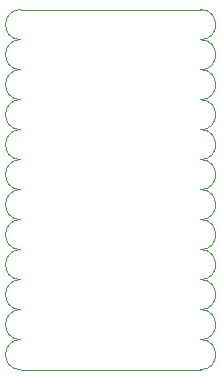
<source format=gbr>
%TF.GenerationSoftware,KiCad,Pcbnew,8.0.3+1*%
%TF.CreationDate,2024-06-24T22:52:21-04:00*%
%TF.ProjectId,RP2040_ZERO_REV,52503230-3430-45f5-9a45-524f5f524556,rev?*%
%TF.SameCoordinates,Original*%
%TF.FileFunction,Profile,NP*%
%FSLAX46Y46*%
G04 Gerber Fmt 4.6, Leading zero omitted, Abs format (unit mm)*
G04 Created by KiCad (PCBNEW 8.0.3+1) date 2024-06-24 22:52:21*
%MOMM*%
%LPD*%
G01*
G04 APERTURE LIST*
%TA.AperFunction,Profile*%
%ADD10C,0.050000*%
%TD*%
G04 APERTURE END LIST*
D10*
X152400000Y-89805000D02*
G75*
G02*
X152400000Y-87255000I0J1275000D01*
G01*
X167640000Y-99955000D02*
G75*
G02*
X167640000Y-102505000I0J-1275000D01*
G01*
X167640000Y-89795000D02*
G75*
G02*
X167640000Y-92345000I0J-1275000D01*
G01*
X152400000Y-77105000D02*
G75*
G02*
X152400000Y-74555000I0J1275000D01*
G01*
X152400000Y-99965000D02*
G75*
G02*
X152400000Y-97415000I0J1275000D01*
G01*
X152400000Y-82185000D02*
G75*
G02*
X152400000Y-79635000I0J1275000D01*
G01*
X167640000Y-74565000D02*
G75*
G02*
X167640000Y-77115000I0J-1275000D01*
G01*
X152400000Y-97425000D02*
G75*
G02*
X152400000Y-94875000I0J1275000D01*
G01*
X152400000Y-79645000D02*
G75*
G02*
X152400000Y-77095000I0J1275000D01*
G01*
X167640000Y-72015000D02*
X152400000Y-72015000D01*
X152400000Y-94885000D02*
G75*
G02*
X152400000Y-92335000I0J1275000D01*
G01*
X152400000Y-87265000D02*
G75*
G02*
X152400000Y-84715000I0J1275000D01*
G01*
X152400000Y-102505000D02*
G75*
G02*
X152400000Y-99955000I0J1275000D01*
G01*
X167640000Y-79645000D02*
G75*
G02*
X167640000Y-82195000I0J-1275000D01*
G01*
X167640000Y-84715000D02*
G75*
G02*
X167640000Y-87265000I0J-1275000D01*
G01*
X152400000Y-92345000D02*
G75*
G02*
X152400000Y-89795000I0J1275000D01*
G01*
X167640000Y-97415000D02*
G75*
G02*
X167640000Y-99965000I0J-1275000D01*
G01*
X152400000Y-84725000D02*
G75*
G02*
X152400000Y-82175000I0J1275000D01*
G01*
X167640000Y-92335000D02*
G75*
G02*
X167640000Y-94885000I0J-1275000D01*
G01*
X167640000Y-72015000D02*
G75*
G02*
X167640000Y-74565000I0J-1275000D01*
G01*
X167640000Y-82175000D02*
G75*
G02*
X167640000Y-84725000I0J-1275000D01*
G01*
X152400000Y-102505000D02*
X167640000Y-102505000D01*
X167640000Y-94875000D02*
G75*
G02*
X167640000Y-97425000I0J-1275000D01*
G01*
X167640000Y-87255000D02*
G75*
G02*
X167640000Y-89805000I0J-1275000D01*
G01*
X167640000Y-77095000D02*
G75*
G02*
X167640000Y-79645000I0J-1275000D01*
G01*
X152400000Y-74565000D02*
G75*
G02*
X152400000Y-72015000I0J1275000D01*
G01*
M02*

</source>
